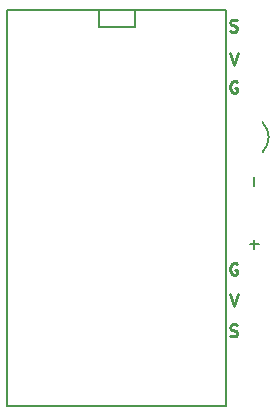
<source format=gbr>
G04 #@! TF.FileFunction,Legend,Top*
%FSLAX46Y46*%
G04 Gerber Fmt 4.6, Leading zero omitted, Abs format (unit mm)*
G04 Created by KiCad (PCBNEW 4.0.5+dfsg1-4) date Mon Jan 29 19:16:24 2018*
%MOMM*%
%LPD*%
G01*
G04 APERTURE LIST*
%ADD10C,0.100000*%
%ADD11C,0.250000*%
%ADD12C,0.150000*%
G04 APERTURE END LIST*
D10*
D11*
X158114286Y-115804762D02*
X158257143Y-115852381D01*
X158495239Y-115852381D01*
X158590477Y-115804762D01*
X158638096Y-115757143D01*
X158685715Y-115661905D01*
X158685715Y-115566667D01*
X158638096Y-115471429D01*
X158590477Y-115423810D01*
X158495239Y-115376190D01*
X158304762Y-115328571D01*
X158209524Y-115280952D01*
X158161905Y-115233333D01*
X158114286Y-115138095D01*
X158114286Y-115042857D01*
X158161905Y-114947619D01*
X158209524Y-114900000D01*
X158304762Y-114852381D01*
X158542858Y-114852381D01*
X158685715Y-114900000D01*
X158066667Y-112252381D02*
X158400000Y-113252381D01*
X158733334Y-112252381D01*
X158661905Y-109700000D02*
X158566667Y-109652381D01*
X158423810Y-109652381D01*
X158280952Y-109700000D01*
X158185714Y-109795238D01*
X158138095Y-109890476D01*
X158090476Y-110080952D01*
X158090476Y-110223810D01*
X158138095Y-110414286D01*
X158185714Y-110509524D01*
X158280952Y-110604762D01*
X158423810Y-110652381D01*
X158519048Y-110652381D01*
X158661905Y-110604762D01*
X158709524Y-110557143D01*
X158709524Y-110223810D01*
X158519048Y-110223810D01*
X158661905Y-94300000D02*
X158566667Y-94252381D01*
X158423810Y-94252381D01*
X158280952Y-94300000D01*
X158185714Y-94395238D01*
X158138095Y-94490476D01*
X158090476Y-94680952D01*
X158090476Y-94823810D01*
X158138095Y-95014286D01*
X158185714Y-95109524D01*
X158280952Y-95204762D01*
X158423810Y-95252381D01*
X158519048Y-95252381D01*
X158661905Y-95204762D01*
X158709524Y-95157143D01*
X158709524Y-94823810D01*
X158519048Y-94823810D01*
X158066667Y-91852381D02*
X158400000Y-92852381D01*
X158733334Y-91852381D01*
X158114286Y-90004762D02*
X158257143Y-90052381D01*
X158495239Y-90052381D01*
X158590477Y-90004762D01*
X158638096Y-89957143D01*
X158685715Y-89861905D01*
X158685715Y-89766667D01*
X158638096Y-89671429D01*
X158590477Y-89623810D01*
X158495239Y-89576190D01*
X158304762Y-89528571D01*
X158209524Y-89480952D01*
X158161905Y-89433333D01*
X158114286Y-89338095D01*
X158114286Y-89242857D01*
X158161905Y-89147619D01*
X158209524Y-89100000D01*
X158304762Y-89052381D01*
X158542858Y-89052381D01*
X158685715Y-89100000D01*
D12*
X160835000Y-100270000D02*
G75*
G03X160835000Y-97730000I-1270000J1270000D01*
G01*
X146977100Y-88239600D02*
X146977100Y-89636600D01*
X146977100Y-89636600D02*
X150025100Y-89636600D01*
X150025100Y-89636600D02*
X150025100Y-88239600D01*
X157645100Y-88239600D02*
X157772100Y-88239600D01*
X157772100Y-88239600D02*
X157772100Y-121767600D01*
X157772100Y-121767600D02*
X139230100Y-121767600D01*
X139230100Y-121767600D02*
X139230100Y-88239600D01*
X139230100Y-88239600D02*
X157645100Y-88239600D01*
X160144429Y-108447952D02*
X160144429Y-107686047D01*
X160525381Y-108066999D02*
X159763476Y-108066999D01*
X160144429Y-103113952D02*
X160144429Y-102352047D01*
M02*

</source>
